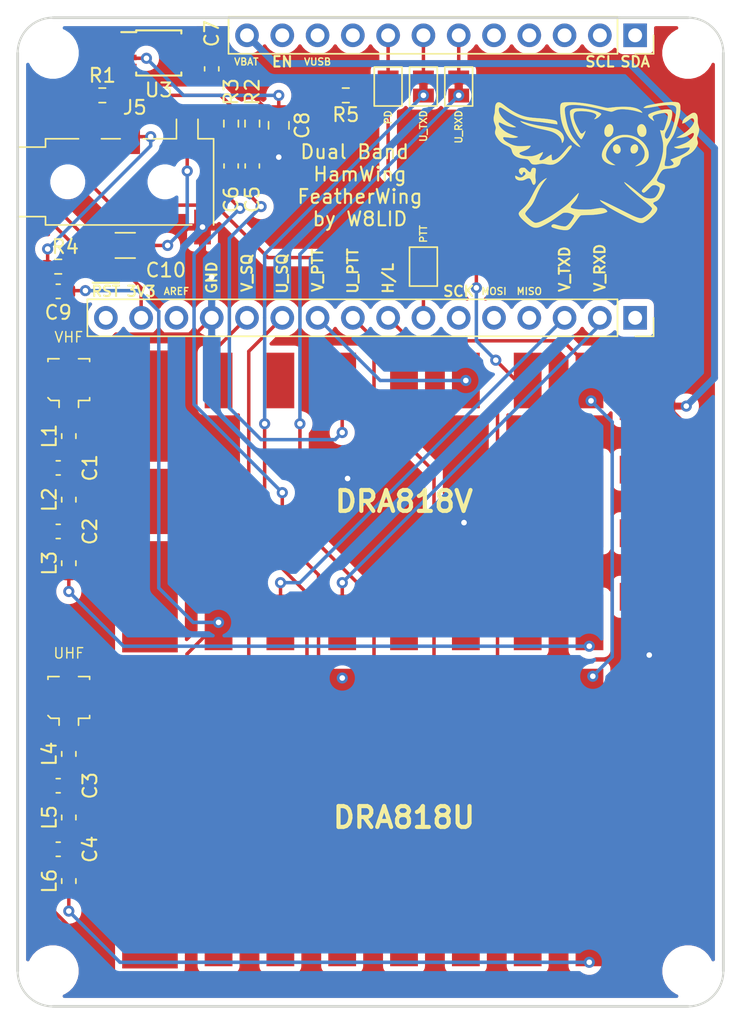
<source format=kicad_pcb>
(kicad_pcb (version 20171130) (host pcbnew 5.1.8)
  (layers (0 F.Cu signal) (31 B.Cu signal) (34 B.Paste user) (35 F.Paste user) (36 B.SilkS user) (37 F.SilkS user) (38 B.Mask user) (39 F.Mask user) (44 Edge.Cuts user))
  (net 0 "")
  (net 1 /FREE)
  (net 2 /TX)
  (net 3 /RX)
  (net 4 /MISO)
  (net 5 /MOSI)
  (net 6 /SCK)
  (net 7 /A5)
  (net 8 /A4)
  (net 9 /A3)
  (net 10 /A2)
  (net 11 /A1)
  (net 12 /A0)
  (net 13 GND)
  (net 14 /AREF)
  (net 15 +3V3)
  (net 16 /~RST)
  (net 17 /SDA)
  (net 18 /SCL)
  (net 19 /F3)
  (net 20 /F4)
  (net 21 /F5)
  (net 22 /F6)
  (net 23 /VUSB)
  (net 24 /EN)
  (net 25 /VBAT)
  (net 26 "Net-(U1-Pad11)")
  (net 27 "Net-(U1-Pad15)")
  (net 28 "Net-(U1-Pad14)")
  (net 29 "Net-(U1-Pad13)")
  (net 30 "Net-(U1-Pad2)")
  (net 31 "Net-(U1-Pad4)")
  (net 32 "Net-(U2-Pad11)")
  (net 33 "Net-(U2-Pad15)")
  (net 34 "Net-(U2-Pad14)")
  (net 35 "Net-(U2-Pad13)")
  (net 36 "Net-(U2-Pad2)")
  (net 37 "Net-(U2-Pad4)")
  (net 38 "Net-(J3-Pad1)")
  (net 39 "Net-(J4-Pad1)")
  (net 40 "Net-(J2-Pad4)")
  (net 41 "Net-(J2-Pad3)")
  (net 42 "Net-(J2-Pad5)")
  (net 43 "Net-(JP1-Pad2)")
  (net 44 "Net-(JP2-Pad2)")
  (net 45 "Net-(U3-Pad7)")
  (net 46 "Net-(U3-Pad6)")
  (net 47 "Net-(C1-Pad1)")
  (net 48 "Net-(C2-Pad1)")
  (net 49 "Net-(C3-Pad1)")
  (net 50 "Net-(C4-Pad1)")
  (net 51 "Net-(L3-Pad2)")
  (net 52 "Net-(L6-Pad2)")
  (net 53 "Net-(J5-PadR2)")
  (net 54 "Net-(R1-Pad2)")
  (net 55 "Net-(C5-Pad2)")
  (net 56 "Net-(C5-Pad1)")
  (net 57 "Net-(C6-Pad2)")
  (net 58 "Net-(C6-Pad1)")
  (net 59 "Net-(C8-Pad1)")
  (net 60 "Net-(C9-Pad2)")
  (net 61 "Net-(C9-Pad1)")
  (net 62 "Net-(C10-Pad2)")
  (net 63 "Net-(C10-Pad1)")
  (net 64 "Net-(JP4-Pad1)")
  (module Connector_Coaxial:U.FL_Molex_MCRF_73412-0110_Vertical (layer F.Cu) (at 29.083 51.435)
    (fp_text reference VHF (at 0 -3.048) (layer F.SilkS) (effects (font (size 0.75 0.75) (thickness 0.1))))
    (fp_text value Conn_Coaxial)
    (pad 1 smd rect (at 0 1.5) (size 1 1) (layers F.Cu F.Paste F.Mask) (net 38 "Net-(J3-Pad1)"))
    (pad 2 smd rect (at 0 -1.5) (size 1 1) (layers F.Cu F.Paste F.Mask) (net 13 GND))
    (pad 2 smd rect (at 1.475 0) (size 1.05 2.2) (layers F.Cu F.Paste F.Mask) (net 13 GND))
    (pad 2 smd rect (at -1.475 0) (size 1.05 2.2) (layers F.Cu F.Paste F.Mask) (net 13 GND))
  )
  (module DRA818U_AND_V_Kicad-master:DRA818 (layer F.Cu) (at 53.213 82.931)
    (fp_text reference U2 hide)
    (fp_text value DRA818U hide)
    (pad P1 smd rect (at 11.1 0) (size 6.5 6.6) (layers F.Cu F.Paste F.Mask))
    (pad P3 smd rect (at -18.288 6.858) (size 4 8) (layers F.Cu F.Paste F.Mask))
    (pad P2 smd rect (at -18.288 -6.858) (size 4 8) (layers F.Cu F.Paste F.Mask))
    (pad 11 smd rect (at 17.526 6.858 90) (size 2 4) (layers F.Cu F.Paste F.Mask) (net 32 "Net-(U2-Pad11)"))
    (pad 10 smd rect (at 17.526 2.286 90) (size 2 4) (layers F.Cu F.Paste F.Mask) (net 13 GND))
    (pad 9 smd rect (at 17.526 -2.286 90) (size 2 4) (layers F.Cu F.Paste F.Mask) (net 13 GND))
    (pad 8 smd rect (at 17.526 -6.858 90) (size 2 4) (layers F.Cu F.Paste F.Mask) (net 25 /VBAT))
    (pad 18 smd rect (at -13.35 8.7) (size 2 4) (layers F.Cu F.Paste F.Mask) (net 60 "Net-(C9-Pad2)"))
    (pad 17 smd rect (at -8.9 8.7) (size 2 4) (layers F.Cu F.Paste F.Mask) (net 43 "Net-(JP1-Pad2)"))
    (pad 16 smd rect (at -4.45 8.7) (size 2 4) (layers F.Cu F.Paste F.Mask) (net 44 "Net-(JP2-Pad2)"))
    (pad 15 smd rect (at 0 8.7) (size 2 4) (layers F.Cu F.Paste F.Mask) (net 33 "Net-(U2-Pad15)"))
    (pad 14 smd rect (at 4.45 8.7) (size 2 4) (layers F.Cu F.Paste F.Mask) (net 34 "Net-(U2-Pad14)"))
    (pad 13 smd rect (at 8.9 8.7) (size 2 4) (layers F.Cu F.Paste F.Mask) (net 35 "Net-(U2-Pad13)"))
    (pad 12 smd rect (at 13.35 8.7) (size 2 4) (layers F.Cu F.Paste F.Mask) (net 52 "Net-(L6-Pad2)"))
    (pad 1 smd rect (at -13.35 -8.7) (size 2 4) (layers F.Cu F.Paste F.Mask) (net 11 /A1))
    (pad 2 smd rect (at -8.9 -8.7) (size 2 4) (layers F.Cu F.Paste F.Mask) (net 36 "Net-(U2-Pad2)"))
    (pad 3 smd rect (at -4.45 -8.7) (size 2 4) (layers F.Cu F.Paste F.Mask) (net 58 "Net-(C6-Pad1)"))
    (pad 4 smd rect (at 0 -8.7) (size 2 4) (layers F.Cu F.Paste F.Mask) (net 37 "Net-(U2-Pad4)"))
    (pad 5 smd rect (at 4.45 -8.7) (size 2 4) (layers F.Cu F.Paste F.Mask) (net 9 /A3))
    (pad 6 smd rect (at 8.9 -8.7) (size 2 4) (layers F.Cu F.Paste F.Mask) (net 64 "Net-(JP4-Pad1)"))
    (pad 7 smd rect (at 13.35 -8.7) (size 2 4) (layers F.Cu F.Paste F.Mask) (net 8 /A4))
  )
  (module DRA818U_AND_V_Kicad-master:DRA818 (layer F.Cu) (at 53.213 60.198)
    (fp_text reference U1 hide)
    (fp_text value DRA818V hide)
    (pad P1 smd rect (at 11.1 0) (size 6.5 6.6) (layers F.Cu F.Paste F.Mask))
    (pad P3 smd rect (at -18.288 6.858) (size 4 8) (layers F.Cu F.Paste F.Mask))
    (pad P2 smd rect (at -18.288 -6.858) (size 4 8) (layers F.Cu F.Paste F.Mask))
    (pad 11 smd rect (at 17.526 6.858 90) (size 2 4) (layers F.Cu F.Paste F.Mask) (net 26 "Net-(U1-Pad11)"))
    (pad 10 smd rect (at 17.526 2.286 90) (size 2 4) (layers F.Cu F.Paste F.Mask) (net 13 GND))
    (pad 9 smd rect (at 17.526 -2.286 90) (size 2 4) (layers F.Cu F.Paste F.Mask) (net 13 GND))
    (pad 8 smd rect (at 17.526 -6.858 90) (size 2 4) (layers F.Cu F.Paste F.Mask) (net 25 /VBAT))
    (pad 18 smd rect (at -13.35 8.7) (size 2 4) (layers F.Cu F.Paste F.Mask) (net 60 "Net-(C9-Pad2)"))
    (pad 17 smd rect (at -8.9 8.7) (size 2 4) (layers F.Cu F.Paste F.Mask) (net 3 /RX))
    (pad 16 smd rect (at -4.45 8.7) (size 2 4) (layers F.Cu F.Paste F.Mask) (net 2 /TX))
    (pad 15 smd rect (at 0 8.7) (size 2 4) (layers F.Cu F.Paste F.Mask) (net 27 "Net-(U1-Pad15)"))
    (pad 14 smd rect (at 4.45 8.7) (size 2 4) (layers F.Cu F.Paste F.Mask) (net 28 "Net-(U1-Pad14)"))
    (pad 13 smd rect (at 8.9 8.7) (size 2 4) (layers F.Cu F.Paste F.Mask) (net 29 "Net-(U1-Pad13)"))
    (pad 12 smd rect (at 13.35 8.7) (size 2 4) (layers F.Cu F.Paste F.Mask) (net 51 "Net-(L3-Pad2)"))
    (pad 1 smd rect (at -13.35 -8.7) (size 2 4) (layers F.Cu F.Paste F.Mask) (net 12 /A0))
    (pad 2 smd rect (at -8.9 -8.7) (size 2 4) (layers F.Cu F.Paste F.Mask) (net 30 "Net-(U1-Pad2)"))
    (pad 3 smd rect (at -4.45 -8.7) (size 2 4) (layers F.Cu F.Paste F.Mask) (net 56 "Net-(C5-Pad1)"))
    (pad 4 smd rect (at 0 -8.7) (size 2 4) (layers F.Cu F.Paste F.Mask) (net 31 "Net-(U1-Pad4)"))
    (pad 5 smd rect (at 4.45 -8.7) (size 2 4) (layers F.Cu F.Paste F.Mask) (net 10 /A2))
    (pad 6 smd rect (at 8.9 -8.7) (size 2 4) (layers F.Cu F.Paste F.Mask) (net 64 "Net-(JP4-Pad1)"))
    (pad 7 smd rect (at 13.35 -8.7) (size 2 4) (layers F.Cu F.Paste F.Mask) (net 8 /A4))
  )
  (module fp-kmod:flying_pig_logo (layer F.Cu) (at 67.056 36.068)
    (fp_text reference G*** hide)
    (fp_text value LOGO hide)
  )
  (module Resistor_SMD:R_0603_1608Metric (layer F.Cu) (at 49.022 30.988)
    (fp_text reference R5 (at 0 1.397) (layer F.SilkS))
    (fp_text value 10k)
    (pad 2 smd roundrect (at 0.825 0) (size 0.8 0.95) (layers F.Cu F.Paste F.Mask) (net 64 "Net-(JP4-Pad1)"))
    (pad 1 smd roundrect (at -0.825 0) (size 0.8 0.95) (layers F.Cu F.Paste F.Mask) (net 13 GND))
  )
  (module Jumper:SolderJumper-2_P1.3mm_Bridged_Pad1.0x1.5mm (layer F.Cu) (at 52.07 30.353 90)
    (fp_text reference PD (at -1.651 0 90) (layer F.SilkS) (effects (font (size 0.5 0.5) (thickness 0.1)) (justify right)))
    (fp_text value Jumper_2_Bridged)
    (fp_poly (pts (xy -0.25 -0.3) (xy 0.25 -0.3) (xy 0.25 0.3) (xy -0.25 0.3)) (layer F.Cu) (width 0))
    (pad 2 smd rect (at 0.65 0 90) (size 1 1.5) (layers F.Cu F.Mask) (net 21 /F5))
    (pad 1 smd rect (at -0.65 0 90) (size 1 1.5) (layers F.Cu F.Mask) (net 64 "Net-(JP4-Pad1)"))
  )
  (module Capacitor_SMD:C_1206_3216Metric (layer F.Cu) (at 33.147 41.783 180)
    (fp_text reference C10 (at -2.921 -1.778) (layer F.SilkS))
    (fp_text value 100uF)
    (pad 2 smd roundrect (at 1.475 0 180) (size 1.15 1.8) (layers F.Cu F.Paste F.Mask) (roundrect_rratio 0.2173904347826087) (net 62 "Net-(C10-Pad2)"))
    (pad 1 smd roundrect (at -1.475 0 180) (size 1.15 1.8) (layers F.Cu F.Paste F.Mask) (roundrect_rratio 0.2173904347826087) (net 63 "Net-(C10-Pad1)"))
  )
  (module Capacitor_SMD:C_0805_2012Metric (layer F.Cu) (at 44.196 33.147 270)
    (fp_text reference C8 (at 0 -1.68 90) (layer F.SilkS))
    (fp_text value 4.7uF)
    (pad 2 smd roundrect (at 0.95 0 270) (size 1 1.45) (layers F.Cu F.Paste F.Mask) (net 13 GND))
    (pad 1 smd roundrect (at -0.95 0 270) (size 1 1.45) (layers F.Cu F.Paste F.Mask) (net 59 "Net-(C8-Pad1)"))
  )
  (module Resistor_SMD:R_0603_1608Metric (layer F.Cu) (at 28.321 43.307)
    (fp_text reference R4 (at 0.508 -1.43) (layer F.SilkS))
    (fp_text value 10k)
    (pad 2 smd roundrect (at 0.825 0) (size 0.8 0.95) (layers F.Cu F.Paste F.Mask) (net 15 +3V3))
    (pad 1 smd roundrect (at -0.825 0) (size 0.8 0.95) (layers F.Cu F.Paste F.Mask) (net 61 "Net-(C9-Pad1)"))
  )
  (module Capacitor_SMD:C_0603_1608Metric (layer F.Cu) (at 28.321 45.085)
    (fp_text reference C9 (at 0 1.524) (layer F.SilkS))
    (fp_text value 100nF)
    (pad 2 smd roundrect (at 0.775 0) (size 0.9 0.95) (layers F.Cu F.Paste F.Mask) (net 60 "Net-(C9-Pad2)"))
    (pad 1 smd roundrect (at -0.775 0) (size 0.9 0.95) (layers F.Cu F.Paste F.Mask) (net 61 "Net-(C9-Pad1)"))
  )
  (module Capacitor_SMD:C_0603_1608Metric (layer F.Cu) (at 39.37 29.083 90)
    (fp_text reference C7 (at 2.54 0 90) (layer F.SilkS))
    (fp_text value 1uF)
    (pad 2 smd roundrect (at 0.775 0 90) (size 0.9 0.95) (layers F.Cu F.Paste F.Mask) (net 15 +3V3))
    (pad 1 smd roundrect (at -0.775 0 90) (size 0.9 0.95) (layers F.Cu F.Paste F.Mask) (net 13 GND))
  )
  (module Resistor_SMD:R_0603_1608Metric (layer F.Cu) (at 40.767 33.02 270)
    (fp_text reference R3 (at -2.286 0 90) (layer F.SilkS))
    (fp_text value 20k)
    (pad 2 smd roundrect (at 0.825 0 270) (size 0.8 0.95) (layers F.Cu F.Paste F.Mask) (net 57 "Net-(C6-Pad2)"))
    (pad 1 smd roundrect (at -0.825 0 270) (size 0.8 0.95) (layers F.Cu F.Paste F.Mask) (net 54 "Net-(R1-Pad2)"))
  )
  (module Resistor_SMD:R_0603_1608Metric (layer F.Cu) (at 42.291 33.02 90)
    (fp_text reference R2 (at 2.286 0 90) (layer F.SilkS))
    (fp_text value 20k)
    (pad 2 smd roundrect (at 0.825 0 90) (size 0.8 0.95) (layers F.Cu F.Paste F.Mask) (net 54 "Net-(R1-Pad2)"))
    (pad 1 smd roundrect (at -0.825 0 90) (size 0.8 0.95) (layers F.Cu F.Paste F.Mask) (net 55 "Net-(C5-Pad2)"))
  )
  (module Capacitor_SMD:C_0603_1608Metric (layer F.Cu) (at 40.767 36.068 90)
    (fp_text reference C6 (at -2.413 0 90) (layer F.SilkS))
    (fp_text value 0.47uF)
    (pad 2 smd roundrect (at 0.775 0 90) (size 0.9 0.95) (layers F.Cu F.Paste F.Mask) (net 57 "Net-(C6-Pad2)"))
    (pad 1 smd roundrect (at -0.775 0 90) (size 0.9 0.95) (layers F.Cu F.Paste F.Mask) (net 58 "Net-(C6-Pad1)"))
  )
  (module Capacitor_SMD:C_0603_1608Metric (layer F.Cu) (at 42.291 36.068 90)
    (fp_text reference C5 (at -2.413 0 90) (layer F.SilkS))
    (fp_text value 0.47uF)
    (pad 2 smd roundrect (at 0.775 0 90) (size 0.9 0.95) (layers F.Cu F.Paste F.Mask) (net 55 "Net-(C5-Pad2)"))
    (pad 1 smd roundrect (at -0.775 0 90) (size 0.9 0.95) (layers F.Cu F.Paste F.Mask) (net 56 "Net-(C5-Pad1)"))
  )
  (module Resistor_SMD:R_0603_1608Metric (layer F.Cu) (at 31.496 30.988)
    (fp_text reference R1 (at 0 -1.43) (layer F.SilkS))
    (fp_text value 20k)
    (pad 2 smd roundrect (at 0.825 0) (size 0.8 0.95) (layers F.Cu F.Paste F.Mask) (net 54 "Net-(R1-Pad2)"))
    (pad 1 smd roundrect (at -0.825 0) (size 0.8 0.95) (layers F.Cu F.Paste F.Mask) (net 62 "Net-(C10-Pad2)"))
  )
  (module Connector_Audio:Jack_3.5mm_PJ320D_Horizontal (layer F.Cu) (at 33.782 37.211)
    (fp_text reference J5 (at 0.05 -5.35) (layer F.SilkS))
    (fp_text value AudioJack4)
    (pad "" np_thru_hole circle (at 2.225 0) (size 1.5 1.5) (drill 1.5) (layers *.Cu *.Mask))
    (pad "" np_thru_hole circle (at -4.775 0) (size 1.5 1.5) (drill 1.5) (layers *.Cu *.Mask))
    (pad R2 smd rect (at -3.175 -3.25) (size 1.2 2.5) (layers F.Cu F.Paste F.Mask) (net 53 "Net-(J5-PadR2)"))
    (pad R1 smd rect (at -0.175 -3.25) (size 1.2 2.5) (layers F.Cu F.Paste F.Mask) (net 61 "Net-(C9-Pad1)"))
    (pad T smd rect (at 3.825 -3.25) (size 1.2 2.5) (layers F.Cu F.Paste F.Mask) (net 63 "Net-(C10-Pad1)"))
    (pad S smd rect (at 4.925 3.25) (size 1.2 2.5) (layers F.Cu F.Paste F.Mask) (net 13 GND))
  )
  (module Inductor_SMD:L_0603_1608Metric (layer F.Cu) (at 29.083 82.931 270)
    (fp_text reference L5 (at 0 1.397 90) (layer F.SilkS))
    (fp_text value 30nH)
    (pad 2 smd roundrect (at 0.7875 0 270) (size 0.875 0.95) (layers F.Cu F.Paste F.Mask) (net 50 "Net-(C4-Pad1)"))
    (pad 1 smd roundrect (at -0.7875 0 270) (size 0.875 0.95) (layers F.Cu F.Paste F.Mask) (net 49 "Net-(C3-Pad1)"))
  )
  (module Inductor_SMD:L_0603_1608Metric (layer F.Cu) (at 29.083 87.503 270)
    (fp_text reference L6 (at 0 1.397 90) (layer F.SilkS))
    (fp_text value 18nH)
    (pad 2 smd roundrect (at 0.7875 0 270) (size 0.875 0.95) (layers F.Cu F.Paste F.Mask) (net 52 "Net-(L6-Pad2)"))
    (pad 1 smd roundrect (at -0.7875 0 270) (size 0.875 0.95) (layers F.Cu F.Paste F.Mask) (net 50 "Net-(C4-Pad1)"))
  )
  (module Inductor_SMD:L_0603_1608Metric (layer F.Cu) (at 29.083 78.359 270)
    (fp_text reference L4 (at 0 1.397 90) (layer F.SilkS))
    (fp_text value 18nH)
    (pad 2 smd roundrect (at 0.7875 0 270) (size 0.875 0.95) (layers F.Cu F.Paste F.Mask) (net 49 "Net-(C3-Pad1)"))
    (pad 1 smd roundrect (at -0.7875 0 270) (size 0.875 0.95) (layers F.Cu F.Paste F.Mask) (net 39 "Net-(J4-Pad1)"))
  )
  (module Inductor_SMD:L_0603_1608Metric (layer F.Cu) (at 29.083 64.643 270)
    (fp_text reference L3 (at 0 1.397 90) (layer F.SilkS))
    (fp_text value 56nH)
    (pad 2 smd roundrect (at 0.7875 0 270) (size 0.875 0.95) (layers F.Cu F.Paste F.Mask) (net 51 "Net-(L3-Pad2)"))
    (pad 1 smd roundrect (at -0.7875 0 270) (size 0.875 0.95) (layers F.Cu F.Paste F.Mask) (net 48 "Net-(C2-Pad1)"))
  )
  (module Inductor_SMD:L_0603_1608Metric (layer F.Cu) (at 29.083 60.071 270)
    (fp_text reference L2 (at 0 1.397 90) (layer F.SilkS))
    (fp_text value 100nH)
    (pad 2 smd roundrect (at 0.7875 0 270) (size 0.875 0.95) (layers F.Cu F.Paste F.Mask) (net 48 "Net-(C2-Pad1)"))
    (pad 1 smd roundrect (at -0.7875 0 270) (size 0.875 0.95) (layers F.Cu F.Paste F.Mask) (net 47 "Net-(C1-Pad1)"))
  )
  (module Inductor_SMD:L_0603_1608Metric (layer F.Cu) (at 29.083 55.499 270)
    (fp_text reference L1 (at 0 1.397 90) (layer F.SilkS))
    (fp_text value 56nH)
    (pad 2 smd roundrect (at 0.7875 0 270) (size 0.875 0.95) (layers F.Cu F.Paste F.Mask) (net 47 "Net-(C1-Pad1)"))
    (pad 1 smd roundrect (at -0.7875 0 270) (size 0.875 0.95) (layers F.Cu F.Paste F.Mask) (net 38 "Net-(J3-Pad1)"))
  )
  (module Capacitor_SMD:C_0603_1608Metric (layer F.Cu) (at 28.321 85.217 180)
    (fp_text reference C4 (at -2.286 0 90) (layer F.SilkS))
    (fp_text value 8.7pF)
    (pad 2 smd roundrect (at 0.775 0 180) (size 0.9 0.95) (layers F.Cu F.Paste F.Mask) (net 13 GND))
    (pad 1 smd roundrect (at -0.775 0 180) (size 0.9 0.95) (layers F.Cu F.Paste F.Mask) (net 50 "Net-(C4-Pad1)"))
  )
  (module Capacitor_SMD:C_0603_1608Metric (layer F.Cu) (at 28.321 80.645 180)
    (fp_text reference C3 (at -2.286 0 90) (layer F.SilkS))
    (fp_text value 8.7pF)
    (pad 2 smd roundrect (at 0.775 0 180) (size 0.9 0.95) (layers F.Cu F.Paste F.Mask) (net 13 GND))
    (pad 1 smd roundrect (at -0.775 0 180) (size 0.9 0.95) (layers F.Cu F.Paste F.Mask) (net 49 "Net-(C3-Pad1)"))
  )
  (module Capacitor_SMD:C_0603_1608Metric (layer F.Cu) (at 28.321 62.357 180)
    (fp_text reference C2 (at -2.286 0 90) (layer F.SilkS))
    (fp_text value 27pF)
    (pad 2 smd roundrect (at 0.775 0 180) (size 0.9 0.95) (layers F.Cu F.Paste F.Mask) (net 13 GND))
    (pad 1 smd roundrect (at -0.775 0 180) (size 0.9 0.95) (layers F.Cu F.Paste F.Mask) (net 48 "Net-(C2-Pad1)"))
  )
  (module Capacitor_SMD:C_0603_1608Metric (layer F.Cu) (at 28.321 57.785 180)
    (fp_text reference C1 (at -2.286 0 90) (layer F.SilkS))
    (fp_text value 27pF)
    (pad 2 smd roundrect (at 0.775 0 180) (size 0.9 0.95) (layers F.Cu F.Paste F.Mask) (net 13 GND))
    (pad 1 smd roundrect (at -0.775 0 180) (size 0.9 0.95) (layers F.Cu F.Paste F.Mask) (net 47 "Net-(C1-Pad1)"))
  )
  (module Package_SO:TSSOP-8_3x3mm_P0.65mm (layer F.Cu) (at 35.56 27.94)
    (fp_text reference U3 (at 0 2.667) (layer F.SilkS))
    (fp_text value LM4810)
    (pad 8 smd rect (at 2.15 -0.975) (size 1.1 0.4) (layers F.Cu F.Paste F.Mask) (net 15 +3V3))
    (pad 7 smd rect (at 2.15 -0.325) (size 1.1 0.4) (layers F.Cu F.Paste F.Mask) (net 45 "Net-(U3-Pad7)"))
    (pad 6 smd rect (at 2.15 0.325) (size 1.1 0.4) (layers F.Cu F.Paste F.Mask) (net 46 "Net-(U3-Pad6)"))
    (pad 5 smd rect (at 2.15 0.975) (size 1.1 0.4) (layers F.Cu F.Paste F.Mask) (net 13 GND))
    (pad 4 smd rect (at -2.15 0.975) (size 1.1 0.4) (layers F.Cu F.Paste F.Mask) (net 13 GND))
    (pad 3 smd rect (at -2.15 0.325) (size 1.1 0.4) (layers F.Cu F.Paste F.Mask) (net 59 "Net-(C8-Pad1)"))
    (pad 2 smd rect (at -2.15 -0.325) (size 1.1 0.4) (layers F.Cu F.Paste F.Mask) (net 54 "Net-(R1-Pad2)"))
    (pad 1 smd rect (at -2.15 -0.975) (size 1.1 0.4) (layers F.Cu F.Paste F.Mask) (net 62 "Net-(C10-Pad2)"))
  )
  (module Jumper:SolderJumper-2_P1.3mm_Bridged_Pad1.0x1.5mm (layer F.Cu) (at 54.61 43.307 270)
    (fp_text reference JP3 hide)
    (fp_text value Jumper_2_Bridged)
    (fp_poly (pts (xy -0.25 -0.3) (xy 0.25 -0.3) (xy 0.25 0.3) (xy -0.25 0.3)) (layer F.Cu) (width 0))
    (pad 2 smd rect (at 0.65 0 270) (size 1 1.5) (layers F.Cu F.Mask) (net 7 /A5))
    (pad 1 smd rect (at -0.65 0 270) (size 1 1.5) (layers F.Cu F.Mask) (net 53 "Net-(J5-PadR2)"))
  )
  (module Jumper:SolderJumper-2_P1.3mm_Bridged_Pad1.0x1.5mm (layer F.Cu) (at 57.15 30.353 270)
    (fp_text reference JP2 hide)
    (fp_text value Jumper_2_Bridged)
    (fp_poly (pts (xy -0.25 -0.3) (xy 0.25 -0.3) (xy 0.25 0.3) (xy -0.25 0.3)) (layer F.Cu) (width 0))
    (pad 2 smd rect (at 0.65 0 270) (size 1 1.5) (layers F.Cu F.Mask) (net 44 "Net-(JP2-Pad2)"))
    (pad 1 smd rect (at -0.65 0 270) (size 1 1.5) (layers F.Cu F.Mask) (net 19 /F3))
  )
  (module Jumper:SolderJumper-2_P1.3mm_Bridged_Pad1.0x1.5mm (layer F.Cu) (at 54.61 30.353 270)
    (fp_text reference JP1 hide)
    (fp_text value Jumper_2_Bridged)
    (fp_poly (pts (xy -0.25 -0.3) (xy 0.25 -0.3) (xy 0.25 0.3) (xy -0.25 0.3)) (layer F.Cu) (width 0))
    (pad 2 smd rect (at 0.65 0 270) (size 1 1.5) (layers F.Cu F.Mask) (net 43 "Net-(JP1-Pad2)"))
    (pad 1 smd rect (at -0.65 0 270) (size 1 1.5) (layers F.Cu F.Mask) (net 20 /F4))
  )
  (module Connector_Coaxial:U.FL_Molex_MCRF_73412-0110_Vertical (layer F.Cu) (at 29.083 74.295)
    (fp_text reference UHF (at 0 -3.175) (layer F.SilkS) (effects (font (size 0.75 0.75) (thickness 0.1))))
    (fp_text value Conn_Coaxial)
    (pad 1 smd rect (at 0 1.5) (size 1 1) (layers F.Cu F.Paste F.Mask) (net 39 "Net-(J4-Pad1)"))
    (pad 2 smd rect (at 0 -1.5) (size 1 1) (layers F.Cu F.Paste F.Mask) (net 13 GND))
    (pad 2 smd rect (at 1.475 0) (size 1.05 2.2) (layers F.Cu F.Paste F.Mask) (net 13 GND))
    (pad 2 smd rect (at -1.475 0) (size 1.05 2.2) (layers F.Cu F.Paste F.Mask) (net 13 GND))
  )
  (module Connector_PinSocket_2.54mm:PinSocket_1x12_P2.54mm_Vertical (layer F.Cu) (at 69.85 26.67 270)
    (fp_text reference J2 hide)
    (fp_text value "feather short")
    (pad 12 thru_hole oval (at 0 27.94 270) (size 1.7 1.7) (drill 1) (layers *.Cu *.Mask) (net 25 /VBAT))
    (pad 11 thru_hole oval (at 0 25.4 270) (size 1.7 1.7) (drill 1) (layers *.Cu *.Mask) (net 24 /EN))
    (pad 10 thru_hole oval (at 0 22.86 270) (size 1.7 1.7) (drill 1) (layers *.Cu *.Mask) (net 23 /VUSB))
    (pad 9 thru_hole oval (at 0 20.32 270) (size 1.7 1.7) (drill 1) (layers *.Cu *.Mask) (net 22 /F6))
    (pad 8 thru_hole oval (at 0 17.78 270) (size 1.7 1.7) (drill 1) (layers *.Cu *.Mask) (net 21 /F5))
    (pad 7 thru_hole oval (at 0 15.24 270) (size 1.7 1.7) (drill 1) (layers *.Cu *.Mask) (net 20 /F4))
    (pad 6 thru_hole oval (at 0 12.7 270) (size 1.7 1.7) (drill 1) (layers *.Cu *.Mask) (net 19 /F3))
    (pad 5 thru_hole oval (at 0 10.16 270) (size 1.7 1.7) (drill 1) (layers *.Cu *.Mask) (net 42 "Net-(J2-Pad5)"))
    (pad 4 thru_hole oval (at 0 7.62 270) (size 1.7 1.7) (drill 1) (layers *.Cu *.Mask) (net 40 "Net-(J2-Pad4)"))
    (pad 3 thru_hole oval (at 0 5.08 270) (size 1.7 1.7) (drill 1) (layers *.Cu *.Mask) (net 41 "Net-(J2-Pad3)"))
    (pad 2 thru_hole oval (at 0 2.54 270) (size 1.7 1.7) (drill 1) (layers *.Cu *.Mask) (net 18 /SCL))
    (pad 1 thru_hole rect (at 0 0 270) (size 1.7 1.7) (drill 1) (layers *.Cu *.Mask) (net 17 /SDA))
  )
  (module Connector_PinSocket_2.54mm:PinSocket_1x16_P2.54mm_Vertical (layer F.Cu) (at 69.85 46.99 270)
    (fp_text reference J1 hide)
    (fp_text value "feather long")
    (pad 16 thru_hole oval (at 0 38.1 270) (size 1.7 1.7) (drill 1) (layers *.Cu *.Mask) (net 16 /~RST))
    (pad 15 thru_hole oval (at 0 35.56 270) (size 1.7 1.7) (drill 1) (layers *.Cu *.Mask) (net 15 +3V3))
    (pad 14 thru_hole oval (at 0 33.02 270) (size 1.7 1.7) (drill 1) (layers *.Cu *.Mask) (net 14 /AREF))
    (pad 13 thru_hole oval (at 0 30.48 270) (size 1.7 1.7) (drill 1) (layers *.Cu *.Mask) (net 13 GND))
    (pad 12 thru_hole oval (at 0 27.94 270) (size 1.7 1.7) (drill 1) (layers *.Cu *.Mask) (net 12 /A0))
    (pad 11 thru_hole oval (at 0 25.4 270) (size 1.7 1.7) (drill 1) (layers *.Cu *.Mask) (net 11 /A1))
    (pad 10 thru_hole oval (at 0 22.86 270) (size 1.7 1.7) (drill 1) (layers *.Cu *.Mask) (net 10 /A2))
    (pad 9 thru_hole oval (at 0 20.32 270) (size 1.7 1.7) (drill 1) (layers *.Cu *.Mask) (net 9 /A3))
    (pad 8 thru_hole oval (at 0 17.78 270) (size 1.7 1.7) (drill 1) (layers *.Cu *.Mask) (net 8 /A4))
    (pad 7 thru_hole oval (at 0 15.24 270) (size 1.7 1.7) (drill 1) (layers *.Cu *.Mask) (net 7 /A5))
    (pad 6 thru_hole oval (at 0 12.7 270) (size 1.7 1.7) (drill 1) (layers *.Cu *.Mask) (net 6 /SCK))
    (pad 5 thru_hole oval (at 0 10.16 270) (size 1.7 1.7) (drill 1) (layers *.Cu *.Mask) (net 5 /MOSI))
    (pad 4 thru_hole oval (at 0 7.62 270) (size 1.7 1.7) (drill 1) (layers *.Cu *.Mask) (net 4 /MISO))
    (pad 3 thru_hole oval (at 0 5.08 270) (size 1.7 1.7) (drill 1) (layers *.Cu *.Mask) (net 3 /RX))
    (pad 2 thru_hole oval (at 0 2.54 270) (size 1.7 1.7) (drill 1) (layers *.Cu *.Mask) (net 2 /TX))
    (pad 1 thru_hole rect (at 0 0 270) (size 1.7 1.7) (drill 1) (layers *.Cu *.Mask) (net 1 /FREE))
  )
  (module MountingHole:MountingHole_2.7mm_M2.5 (layer F.Cu) (at 73.66 27.94)
    (fp_text reference REF** hide)
    (fp_text value MountingHole_2.7mm_M2.5 hide)
    (pad 1 np_thru_hole circle (at 0 0) (size 2.7 2.7) (drill 2.7) (layers *.Cu *.Mask))
  )
  (module MountingHole:MountingHole_2.7mm_M2.5 (layer F.Cu) (at 73.66 93.98)
    (fp_text reference REF** hide)
    (fp_text value MountingHole_2.7mm_M2.5 hide)
    (pad 1 np_thru_hole circle (at 0 0) (size 2.7 2.7) (drill 2.7) (layers *.Cu *.Mask))
  )
  (module MountingHole:MountingHole_2.7mm_M2.5 (layer F.Cu) (at 27.94 93.98)
    (fp_text reference REF** hide)
    (fp_text value MountingHole_2.7mm_M2.5 hide)
    (pad 1 np_thru_hole circle (at 0 0) (size 2.7 2.7) (drill 2.7) (layers *.Cu *.Mask))
  )
  (module MountingHole:MountingHole_2.7mm_M2.5 (layer F.Cu) (at 27.94 27.94)
    (fp_text reference REF** hide)
    (fp_text value MountingHole_2.7mm_M2.5 hide)
    (pad 1 np_thru_hole circle (at 0 0) (size 2.7 2.7) (drill 2.7) (layers *.Cu *.Mask))
  )
  (gr_text DRA818U (at 53.213 82.931) (layer F.SilkS) (effects (font (size 1.5 1.5) (thickness 0.3))))
  (gr_text DRA818V (at 53.213 60.198) (layer F.SilkS) (effects (font (size 1.5 1.5) (thickness 0.3))))
  (gr_text "Dual Band \nHamWing\nFeatherWing\nby W8LID" (at 50.038 37.465) (layer F.SilkS) (effects (font (size 1 1))))
  (gr_text VUSB (at 46.99 28.575) (layer F.SilkS) (effects (font (size 0.5 0.5) (thickness 0.1))))
  (gr_text VBAT (at 42.799 28.575) (layer F.SilkS) (effects (font (size 0.5 0.5) (thickness 0.1)) (justify right)))
  (gr_text EN (at 44.45 28.575) (layer F.SilkS) (effects (font (size 0.75 0.75))))
  (gr_text U_TXD (at 54.61 32.004 90) (layer F.SilkS) (effects (font (size 0.5 0.5) (thickness 0.1)) (justify right)))
  (gr_text U_RXD (at 57.15 32.004 90) (layer F.SilkS) (effects (font (size 0.5 0.5) (thickness 0.1)) (justify right)))
  (gr_text SCL (at 67.31 28.575) (layer F.SilkS) (effects (font (size 0.75 0.75))))
  (gr_text SDA (at 69.85 28.575) (layer F.SilkS) (effects (font (size 0.75 0.75))))
  (gr_text V_RXD (at 67.31 45.212 90) (layer F.SilkS) (effects (font (size 0.75 0.75)) (justify left)))
  (gr_text "V_TXD\n" (at 64.77 45.212 90) (layer F.SilkS) (effects (font (size 0.75 0.75)) (justify left)))
  (gr_text MISO (at 62.23 45.085) (layer F.SilkS) (effects (font (size 0.5 0.5) (thickness 0.1))))
  (gr_text MOSI (at 59.69 45.085) (layer F.SilkS) (effects (font (size 0.5 0.5) (thickness 0.1))))
  (gr_text SCK (at 57.15 45.085) (layer F.SilkS) (effects (font (size 0.75 0.75))))
  (gr_text PTT (at 54.61 41.656 90) (layer F.SilkS) (effects (font (size 0.5 0.5) (thickness 0.1)) (justify left)))
  (gr_text H/L (at 52.07 45.339 90) (layer F.SilkS) (effects (font (size 0.75 0.75)) (justify left)))
  (gr_text U_PTT (at 49.53 45.339 90) (layer F.SilkS) (effects (font (size 0.75 0.75)) (justify left)))
  (gr_text V_PTT (at 46.99 45.212 90) (layer F.SilkS) (effects (font (size 0.75 0.75)) (justify left)))
  (gr_text U_SQ (at 44.45 45.339 90) (layer F.SilkS) (effects (font (size 0.75 0.75)) (justify left)))
  (gr_text V_SQ (at 41.91 45.212 90) (layer F.SilkS) (effects (font (size 0.75 0.75)) (justify left)))
  (gr_text GND (at 39.37 45.339 90) (layer F.SilkS) (effects (font (size 0.75 0.75)) (justify left)))
  (gr_text AREF (at 36.83 45.085) (layer F.SilkS) (effects (font (size 0.5 0.5) (thickness 0.1))))
  (gr_text 3V3 (at 34.29 45.085) (layer F.SilkS) (effects (font (size 0.75 0.75))))
  (gr_text ~RST (at 31.75 45.085) (layer F.SilkS) (effects (font (size 0.75 0.75))))
  (gr_arc (start 73.66 27.94) (end 76.2 27.94) (angle -90) (layer Edge.Cuts) (width 0.15))
  (gr_arc (start 73.66 93.98) (end 73.66 96.52) (angle -90) (layer Edge.Cuts) (width 0.15))
  (gr_arc (start 27.94 93.98) (end 27.94 96.52) (angle 90) (layer Edge.Cuts) (width 0.15))
  (gr_arc (start 27.94 27.94) (end 27.94 25.4) (angle -90) (layer Edge.Cuts) (width 0.15))
  (gr_line (start 25.4 27.94) (end 25.4 93.98) (layer Edge.Cuts) (width 0.2))
  (gr_line (start 73.66 96.52) (end 27.94 96.52) (layer Edge.Cuts) (width 0.2))
  (gr_line (start 76.2 27.94) (end 76.2 93.98) (layer Edge.Cuts) (width 0.2))
  (gr_line (start 27.94 25.4) (end 73.66 25.4) (layer Edge.Cuts) (width 0.2))
  (via (at 48.768 66.04) (size 0.8) (drill 0.4) (layers F.Cu B.Cu) (net 2))
  (segment (start 48.768 68.893) (end 48.763 68.898) (width 0.25) (layer F.Cu) (net 2))
  (segment (start 48.768 66.04) (end 48.768 68.893) (width 0.25) (layer F.Cu) (net 2))
  (segment (start 67.31 47.498) (end 67.31 46.99) (width 0.25) (layer B.Cu) (net 2))
  (segment (start 48.768 66.04) (end 67.31 47.498) (width 0.25) (layer B.Cu) (net 2))
  (via (at 44.323 66.04) (size 0.8) (drill 0.4) (layers F.Cu B.Cu) (net 3))
  (segment (start 44.323 68.888) (end 44.313 68.898) (width 0.25) (layer F.Cu) (net 3))
  (segment (start 44.323 66.04) (end 44.323 68.888) (width 0.25) (layer F.Cu) (net 3))
  (segment (start 45.72 66.04) (end 64.77 46.99) (width 0.25) (layer B.Cu) (net 3))
  (segment (start 44.323 66.04) (end 45.72 66.04) (width 0.25) (layer B.Cu) (net 3))
  (segment (start 54.61 43.957) (end 54.61 46.99) (width 0.25) (layer F.Cu) (net 7))
  (via (at 66.802 72.771) (size 0.8) (drill 0.4) (layers F.Cu B.Cu) (net 8))
  (via (at 66.675 52.959) (size 0.8) (drill 0.4) (layers F.Cu B.Cu) (net 8))
  (segment (start 66.802 53.086) (end 66.675 52.959) (width 0.25) (layer B.Cu) (net 8))
  (segment (start 66.563 51.498) (end 66.563 50.561) (width 0.25) (layer F.Cu) (net 8))
  (segment (start 66.563 50.561) (end 64.643 48.641) (width 0.25) (layer F.Cu) (net 8))
  (segment (start 53.721 48.641) (end 52.07 46.99) (width 0.25) (layer F.Cu) (net 8))
  (segment (start 64.643 48.641) (end 53.721 48.641) (width 0.25) (layer F.Cu) (net 8))
  (segment (start 66.802 72.771) (end 68.199 71.374) (width 0.25) (layer B.Cu) (net 8))
  (segment (start 68.199 54.483) (end 66.675 52.959) (width 0.25) (layer B.Cu) (net 8))
  (segment (start 68.199 71.374) (end 68.199 54.483) (width 0.25) (layer B.Cu) (net 8))
  (segment (start 55.372 58.039) (end 51.054 53.721) (width 0.25) (layer F.Cu) (net 9))
  (segment (start 51.054 48.514) (end 49.53 46.99) (width 0.25) (layer F.Cu) (net 9))
  (segment (start 51.054 53.721) (end 51.054 48.514) (width 0.25) (layer F.Cu) (net 9))
  (segment (start 55.372 71.94) (end 55.372 58.039) (width 0.25) (layer F.Cu) (net 9))
  (segment (start 57.663 74.231) (end 55.372 71.94) (width 0.25) (layer F.Cu) (net 9))
  (segment (start 57.663 51.498) (end 57.663 51.498) (width 0.25) (layer F.Cu) (net 10))
  (segment (start 46.609 47.371) (end 46.99 46.99) (width 0.25) (layer F.Cu) (net 10))
  (segment (start 57.663 51.498) (end 57.663 52.065) (width 0.25) (layer F.Cu) (net 10))
  (via (at 57.663 51.498) (size 0.8) (drill 0.4) (layers F.Cu B.Cu) (net 10))
  (segment (start 51.498 51.498) (end 46.99 46.99) (width 0.25) (layer B.Cu) (net 10))
  (segment (start 57.663 51.498) (end 51.498 51.498) (width 0.25) (layer B.Cu) (net 10))
  (segment (start 39.863 74.231) (end 41.466 74.231) (width 0.25) (layer F.Cu) (net 11))
  (segment (start 41.466 74.231) (end 42.037 73.66) (width 0.25) (layer F.Cu) (net 11))
  (segment (start 42.037 49.403) (end 44.45 46.99) (width 0.25) (layer F.Cu) (net 11))
  (segment (start 42.037 73.66) (end 42.037 49.403) (width 0.25) (layer F.Cu) (net 11))
  (segment (start 39.863 49.037) (end 41.91 46.99) (width 0.25) (layer F.Cu) (net 12))
  (segment (start 39.863 51.498) (end 39.863 49.037) (width 0.25) (layer F.Cu) (net 12))
  (via (at 70.866 71.247) (size 0.8) (drill 0.4) (layers F.Cu B.Cu) (net 13))
  (via (at 57.531 61.722) (size 0.8) (drill 0.4) (layers F.Cu B.Cu) (net 13))
  (via (at 49.149 58.547) (size 0.8) (drill 0.4) (layers F.Cu B.Cu) (net 13))
  (via (at 44.196 35.433) (size 0.8) (drill 0.4) (layers F.Cu B.Cu) (net 13))
  (via (at 39.37 44.069) (size 0.8) (drill 0.4) (layers F.Cu B.Cu) (net 13))
  (segment (start 70.739 62.484) (end 69.723 62.484) (width 0.25) (layer F.Cu) (net 13))
  (segment (start 68.199 65.024) (end 70.739 62.484) (width 0.25) (layer F.Cu) (net 13))
  (segment (start 68.199 78.105) (end 68.199 65.024) (width 0.25) (layer F.Cu) (net 13))
  (segment (start 70.739 80.645) (end 68.199 78.105) (width 0.25) (layer F.Cu) (net 13))
  (segment (start 39.37 46.99) (end 39.37 44.069) (width 0.25) (layer F.Cu) (net 13))
  (segment (start 70.739 85.217) (end 70.739 82.804) (width 0.25) (layer F.Cu) (net 13))
  (segment (start 70.739 82.804) (end 70.739 80.645) (width 0.25) (layer F.Cu) (net 13))
  (segment (start 70.739 62.484) (end 70.739 57.912) (width 0.25) (layer F.Cu) (net 13))
  (segment (start 30.558 51.41) (end 29.083 49.935) (width 0.25) (layer F.Cu) (net 13))
  (segment (start 30.558 51.435) (end 30.558 51.41) (width 0.25) (layer F.Cu) (net 13))
  (segment (start 29.083 49.96) (end 27.608 51.435) (width 0.25) (layer F.Cu) (net 13))
  (segment (start 29.083 49.935) (end 29.083 49.96) (width 0.25) (layer F.Cu) (net 13))
  (segment (start 27.608 57.723) (end 27.546 57.785) (width 0.25) (layer F.Cu) (net 13))
  (segment (start 27.608 51.435) (end 27.608 57.723) (width 0.25) (layer F.Cu) (net 13))
  (segment (start 27.546 57.785) (end 27.546 62.357) (width 0.25) (layer F.Cu) (net 13))
  (segment (start 27.546 74.233) (end 27.608 74.295) (width 0.25) (layer F.Cu) (net 13))
  (segment (start 27.546 62.357) (end 27.546 74.233) (width 0.25) (layer F.Cu) (net 13))
  (segment (start 27.608 74.27) (end 29.083 72.795) (width 0.25) (layer F.Cu) (net 13))
  (segment (start 27.608 74.295) (end 27.608 74.27) (width 0.25) (layer F.Cu) (net 13))
  (segment (start 29.083 72.82) (end 30.558 74.295) (width 0.25) (layer F.Cu) (net 13))
  (segment (start 29.083 72.795) (end 29.083 72.82) (width 0.25) (layer F.Cu) (net 13))
  (segment (start 27.608 80.583) (end 27.546 80.645) (width 0.25) (layer F.Cu) (net 13))
  (segment (start 27.608 74.295) (end 27.608 80.583) (width 0.25) (layer F.Cu) (net 13))
  (segment (start 27.546 80.645) (end 27.546 85.217) (width 0.25) (layer F.Cu) (net 13))
  (segment (start 38.707 43.406) (end 39.37 44.069) (width 0.25) (layer F.Cu) (net 13))
  (segment (start 38.707 40.461) (end 38.707 40.461) (width 0.25) (layer F.Cu) (net 13))
  (segment (start 33.41 28.915) (end 33.41 29.346) (width 0.25) (layer F.Cu) (net 13))
  (segment (start 33.922 29.858) (end 39.37 29.858) (width 0.25) (layer F.Cu) (net 13))
  (segment (start 33.41 29.346) (end 33.922 29.858) (width 0.25) (layer F.Cu) (net 13))
  (segment (start 43.14599 31.832512) (end 41.171478 29.858) (width 0.25) (layer F.Cu) (net 13))
  (segment (start 43.14599 33.17399) (end 43.14599 31.832512) (width 0.25) (layer F.Cu) (net 13))
  (segment (start 41.171478 29.858) (end 39.37 29.858) (width 0.25) (layer F.Cu) (net 13))
  (segment (start 44.196 34.224) (end 44.196 34.224) (width 0.25) (layer F.Cu) (net 13))
  (segment (start 38.707 40.461) (end 38.707 43.406) (width 0.25) (layer F.Cu) (net 13))
  (via (at 38.707 40.461) (size 0.8) (drill 0.4) (layers F.Cu B.Cu) (net 13))
  (segment (start 44.196 34.224) (end 43.14599 33.17399) (width 0.25) (layer F.Cu) (net 13))
  (segment (start 27.546 89.198002) (end 27.546 85.217) (width 0.25) (layer F.Cu) (net 13))
  (segment (start 33.724998 95.377) (end 27.546 89.198002) (width 0.25) (layer F.Cu) (net 13))
  (segment (start 64.389 94.615) (end 63.627 95.377) (width 0.25) (layer F.Cu) (net 13))
  (segment (start 64.389 89.789) (end 64.389 94.615) (width 0.25) (layer F.Cu) (net 13))
  (segment (start 66.04 88.138) (end 64.389 89.789) (width 0.25) (layer F.Cu) (net 13))
  (segment (start 67.818 88.138) (end 66.04 88.138) (width 0.25) (layer F.Cu) (net 13))
  (segment (start 63.627 95.377) (end 33.724998 95.377) (width 0.25) (layer F.Cu) (net 13))
  (segment (start 70.739 85.217) (end 67.818 88.138) (width 0.25) (layer F.Cu) (net 13))
  (segment (start 38.194999 48.165001) (end 39.37 46.99) (width 0.25) (layer F.Cu) (net 13))
  (segment (start 32.477999 48.165001) (end 38.194999 48.165001) (width 0.25) (layer F.Cu) (net 13))
  (segment (start 30.558 50.085) (end 32.477999 48.165001) (width 0.25) (layer F.Cu) (net 13))
  (segment (start 30.558 51.435) (end 30.558 50.085) (width 0.25) (layer F.Cu) (net 13))
  (segment (start 44.196 35.433) (end 44.196 34.224) (width 0.25) (layer F.Cu) (net 13))
  (segment (start 43.735 35.433) (end 44.196 35.433) (width 0.25) (layer B.Cu) (net 13))
  (segment (start 38.707 40.461) (end 43.735 35.433) (width 0.25) (layer B.Cu) (net 13))
  (segment (start 38.653 29.858) (end 37.71 28.915) (width 0.25) (layer F.Cu) (net 13))
  (segment (start 39.37 29.858) (end 38.653 29.858) (width 0.25) (layer F.Cu) (net 13))
  (segment (start 45.088 34.097) (end 48.197 30.988) (width 0.25) (layer F.Cu) (net 13))
  (segment (start 44.196 34.097) (end 45.088 34.097) (width 0.25) (layer F.Cu) (net 13))
  (segment (start 32.613589 26.439999) (end 37.184999 26.439999) (width 0.25) (layer F.Cu) (net 15))
  (segment (start 31.369 27.684588) (end 32.613589 26.439999) (width 0.25) (layer F.Cu) (net 15))
  (segment (start 31.369 29.08159) (end 31.369 27.684588) (width 0.25) (layer F.Cu) (net 15))
  (segment (start 37.184999 26.439999) (end 37.71 26.965) (width 0.25) (layer F.Cu) (net 15))
  (segment (start 38.477 26.965) (end 37.71 26.965) (width 0.25) (layer F.Cu) (net 15))
  (segment (start 39.37 27.858) (end 38.477 26.965) (width 0.25) (layer F.Cu) (net 15))
  (segment (start 39.37 28.308) (end 39.37 27.858) (width 0.25) (layer F.Cu) (net 15))
  (segment (start 32.766 43.307) (end 29.146 43.307) (width 0.25) (layer F.Cu) (net 15))
  (segment (start 34.29 44.831) (end 32.766 43.307) (width 0.25) (layer F.Cu) (net 15))
  (segment (start 34.29 46.99) (end 34.29 44.831) (width 0.25) (layer F.Cu) (net 15))
  (segment (start 31.359932 29.08159) (end 26.67 33.771522) (width 0.25) (layer F.Cu) (net 15))
  (segment (start 31.369 29.08159) (end 31.359932 29.08159) (width 0.25) (layer F.Cu) (net 15))
  (segment (start 26.67 33.771522) (end 26.67 38.989) (width 0.25) (layer F.Cu) (net 15))
  (segment (start 29.146 41.465) (end 29.146 43.307) (width 0.25) (layer F.Cu) (net 15))
  (segment (start 26.67 38.989) (end 29.146 41.465) (width 0.25) (layer F.Cu) (net 15))
  (segment (start 57.15 29.703) (end 57.15 26.67) (width 0.25) (layer F.Cu) (net 19))
  (segment (start 54.61 29.703) (end 54.61 26.67) (width 0.25) (layer F.Cu) (net 20))
  (segment (start 52.07 29.703) (end 52.07 26.67) (width 0.25) (layer F.Cu) (net 21))
  (segment (start 70.739 76.073) (end 72.009 76.073) (width 0.25) (layer F.Cu) (net 25))
  (segment (start 72.009 76.073) (end 73.787 74.295) (width 0.5) (layer F.Cu) (net 25))
  (segment (start 73.787 74.295) (end 73.787 55.118) (width 0.5) (layer F.Cu) (net 25))
  (segment (start 72.009 53.34) (end 70.739 53.34) (width 0.25) (layer F.Cu) (net 25))
  (segment (start 73.787 55.118) (end 72.009 53.34) (width 0.5) (layer F.Cu) (net 25))
  (segment (start 73.533 53.34) (end 73.533 53.34) (width 0.25) (layer F.Cu) (net 25))
  (segment (start 73.533 53.34) (end 70.739 53.34) (width 0.5) (layer F.Cu) (net 25))
  (via (at 73.533 53.34) (size 0.8) (drill 0.4) (layers F.Cu B.Cu) (net 25))
  (segment (start 75.565 34.798) (end 75.565 51.308) (width 0.5) (layer B.Cu) (net 25))
  (segment (start 69.469 28.702) (end 75.565 34.798) (width 0.5) (layer B.Cu) (net 25))
  (segment (start 75.565 51.308) (end 73.533 53.34) (width 0.5) (layer B.Cu) (net 25))
  (segment (start 43.942 28.702) (end 69.469 28.702) (width 0.5) (layer B.Cu) (net 25))
  (segment (start 41.91 26.67) (end 43.942 28.702) (width 0.5) (layer B.Cu) (net 25))
  (segment (start 29.083 52.935) (end 29.083 54.7115) (width 0.25) (layer F.Cu) (net 38))
  (segment (start 29.083 75.795) (end 29.083 77.5715) (width 0.25) (layer F.Cu) (net 39))
  (via (at 54.61 30.988) (size 0.8) (drill 0.4) (layers F.Cu B.Cu) (net 43))
  (segment (start 43.274999 42.323001) (end 54.61 30.988) (width 0.25) (layer B.Cu) (net 43))
  (segment (start 43.274999 42.323001) (end 43.18 42.418) (width 0.25) (layer B.Cu) (net 43))
  (segment (start 43.18 42.418) (end 43.18 46.99) (width 0.25) (layer B.Cu) (net 43))
  (segment (start 43.18 46.99) (end 43.18 54.61) (width 0.25) (layer B.Cu) (net 43))
  (segment (start 43.18 63.754) (end 43.18 63.5) (width 0.25) (layer F.Cu) (net 43))
  (segment (start 44.313 91.631) (end 45.275 91.631) (width 0.25) (layer F.Cu) (net 43))
  (via (at 43.18 54.61) (size 0.8) (drill 0.4) (layers F.Cu B.Cu) (net 43))
  (segment (start 43.18 63.5) (end 43.18 54.61) (width 0.25) (layer F.Cu) (net 43))
  (segment (start 46.228 66.802) (end 43.18 63.754) (width 0.25) (layer F.Cu) (net 43))
  (segment (start 46.228 90.678) (end 46.1645 90.7415) (width 0.25) (layer F.Cu) (net 43))
  (segment (start 46.228 66.802) (end 46.228 90.678) (width 0.25) (layer F.Cu) (net 43))
  (segment (start 45.275 91.631) (end 46.1645 90.7415) (width 0.25) (layer F.Cu) (net 43))
  (via (at 57.15 30.988) (size 0.8) (drill 0.4) (layers F.Cu B.Cu) (net 44))
  (segment (start 45.72 42.418) (end 45.72 46.355) (width 0.25) (layer B.Cu) (net 44))
  (segment (start 45.72 42.418) (end 57.15 30.988) (width 0.25) (layer B.Cu) (net 44))
  (segment (start 45.72 46.355) (end 45.72 54.61) (width 0.25) (layer B.Cu) (net 44))
  (segment (start 51.054 90.424) (end 51.054 67.252998) (width 0.25) (layer F.Cu) (net 44))
  (segment (start 49.847 91.631) (end 51.054 90.424) (width 0.25) (layer F.Cu) (net 44))
  (segment (start 48.763 91.631) (end 49.847 91.631) (width 0.25) (layer F.Cu) (net 44))
  (via (at 45.72 54.61) (size 0.8) (drill 0.4) (layers F.Cu B.Cu) (net 44))
  (segment (start 45.72 61.918998) (end 47.907501 64.106499) (width 0.25) (layer F.Cu) (net 44))
  (segment (start 45.72 54.61) (end 45.72 61.918998) (width 0.25) (layer F.Cu) (net 44))
  (segment (start 47.907501 64.106499) (end 47.301002 63.5) (width 0.25) (layer F.Cu) (net 44))
  (segment (start 51.054 67.252998) (end 47.907501 64.106499) (width 0.25) (layer F.Cu) (net 44))
  (segment (start 29.083 56.2865) (end 29.083 59.2835) (width 0.25) (layer F.Cu) (net 47))
  (segment (start 29.083 60.8585) (end 29.083 63.8555) (width 0.25) (layer F.Cu) (net 48))
  (segment (start 29.083 79.1465) (end 29.083 82.1435) (width 0.25) (layer F.Cu) (net 49))
  (segment (start 29.083 83.7185) (end 29.083 86.7155) (width 0.25) (layer F.Cu) (net 50))
  (via (at 29.083 66.675) (size 0.8) (drill 0.4) (layers F.Cu B.Cu) (net 51))
  (via (at 66.548 70.612) (size 0.8) (drill 0.4) (layers F.Cu B.Cu) (net 51))
  (segment (start 29.083 66.675) (end 29.083 65.4305) (width 0.25) (layer F.Cu) (net 51))
  (segment (start 33.02 70.612) (end 29.083 66.675) (width 0.25) (layer B.Cu) (net 51))
  (segment (start 66.548 70.612) (end 33.02 70.612) (width 0.25) (layer B.Cu) (net 51))
  (via (at 29.083 89.662) (size 0.8) (drill 0.4) (layers F.Cu B.Cu) (net 52))
  (via (at 66.548 93.345) (size 0.8) (drill 0.4) (layers F.Cu B.Cu) (net 52))
  (segment (start 29.083 89.662) (end 29.083 88.2905) (width 0.25) (layer F.Cu) (net 52))
  (segment (start 32.766 93.345) (end 29.083 89.662) (width 0.25) (layer B.Cu) (net 52))
  (segment (start 66.548 93.345) (end 32.766 93.345) (width 0.25) (layer B.Cu) (net 52))
  (segment (start 30.607 33.961) (end 30.607 37.338) (width 0.25) (layer F.Cu) (net 53))
  (segment (start 32.154999 38.885999) (end 39.647999 38.885999) (width 0.25) (layer F.Cu) (net 53))
  (segment (start 30.607 37.338) (end 32.154999 38.885999) (width 0.25) (layer F.Cu) (net 53))
  (segment (start 43.419 42.657) (end 54.61 42.657) (width 0.25) (layer F.Cu) (net 53))
  (segment (start 39.647999 38.885999) (end 43.419 42.657) (width 0.25) (layer F.Cu) (net 53))
  (segment (start 32.321 28.131) (end 32.837 27.615) (width 0.25) (layer F.Cu) (net 54))
  (segment (start 32.837 27.615) (end 33.41 27.615) (width 0.25) (layer F.Cu) (net 54))
  (segment (start 32.321 30.988) (end 32.321 28.131) (width 0.25) (layer F.Cu) (net 54))
  (segment (start 40.767 32.195) (end 42.291 32.195) (width 0.25) (layer F.Cu) (net 54))
  (segment (start 40.767 32.195) (end 40.767 31.75) (width 0.25) (layer F.Cu) (net 54))
  (segment (start 40.005 30.988) (end 32.321 30.988) (width 0.25) (layer F.Cu) (net 54))
  (segment (start 40.767 31.75) (end 40.005 30.988) (width 0.25) (layer F.Cu) (net 54))
  (segment (start 42.291 33.845) (end 42.291 35.293) (width 0.25) (layer F.Cu) (net 55))
  (segment (start 42.291 36.843) (end 42.291 38.354) (width 0.25) (layer F.Cu) (net 56))
  (segment (start 42.291 38.354) (end 42.926 38.989) (width 0.25) (layer F.Cu) (net 56))
  (segment (start 42.926 38.989) (end 42.926 38.989) (width 0.25) (layer F.Cu) (net 56))
  (via (at 42.926 38.989) (size 0.8) (drill 0.4) (layers F.Cu B.Cu) (net 56))
  (segment (start 48.763 51.498) (end 48.763 55.24) (width 0.25) (layer F.Cu) (net 56))
  (segment (start 48.763 55.24) (end 48.763 55.24) (width 0.25) (layer F.Cu) (net 56))
  (via (at 48.763 55.24) (size 0.8) (drill 0.4) (layers F.Cu B.Cu) (net 56))
  (segment (start 40.64 41.275) (end 42.926 38.989) (width 0.25) (layer B.Cu) (net 56))
  (segment (start 40.64 53.467) (end 40.64 41.275) (width 0.25) (layer B.Cu) (net 56))
  (segment (start 42.926 55.753) (end 40.64 53.467) (width 0.25) (layer B.Cu) (net 56))
  (segment (start 48.25 55.753) (end 42.926 55.753) (width 0.25) (layer B.Cu) (net 56))
  (segment (start 48.763 55.24) (end 48.25 55.753) (width 0.25) (layer B.Cu) (net 56))
  (segment (start 40.767 33.845) (end 40.767 35.293) (width 0.25) (layer F.Cu) (net 57))
  (via (at 48.768 72.898) (size 0.8) (drill 0.4) (layers F.Cu B.Cu) (net 58))
  (segment (start 40.767 36.843) (end 40.767 38.481) (width 0.25) (layer F.Cu) (net 58))
  (segment (start 40.767 38.481) (end 41.402 39.116) (width 0.25) (layer F.Cu) (net 58))
  (segment (start 41.402 39.116) (end 41.402 39.116) (width 0.25) (layer F.Cu) (net 58))
  (via (at 41.402 39.116) (size 0.8) (drill 0.4) (layers F.Cu B.Cu) (net 58))
  (segment (start 47.059009 72.527009) (end 47.059009 65.474009) (width 0.25) (layer F.Cu) (net 58))
  (segment (start 48.763 74.231) (end 47.059009 72.527009) (width 0.25) (layer F.Cu) (net 58))
  (segment (start 47.059009 65.474009) (end 44.45 62.865) (width 0.25) (layer F.Cu) (net 58))
  (segment (start 44.45 62.865) (end 44.45 59.563) (width 0.25) (layer F.Cu) (net 58))
  (segment (start 44.45 59.563) (end 44.45 59.563) (width 0.25) (layer F.Cu) (net 58))
  (via (at 44.45 59.563) (size 0.8) (drill 0.4) (layers F.Cu B.Cu) (net 58))
  (segment (start 38.1 53.213) (end 44.45 59.563) (width 0.25) (layer B.Cu) (net 58))
  (segment (start 38.1 42.418) (end 38.1 53.213) (width 0.25) (layer B.Cu) (net 58))
  (segment (start 41.402 39.116) (end 38.1 42.418) (width 0.25) (layer B.Cu) (net 58))
  (via (at 34.671 28.321) (size 0.8) (drill 0.4) (layers F.Cu B.Cu) (net 59))
  (segment (start 33.466 28.321) (end 33.41 28.265) (width 0.25) (layer F.Cu) (net 59))
  (segment (start 34.671 28.321) (end 33.466 28.321) (width 0.25) (layer F.Cu) (net 59))
  (segment (start 37.338 30.988) (end 44.196 30.988) (width 0.25) (layer B.Cu) (net 59))
  (segment (start 37.338 30.988) (end 34.671 28.321) (width 0.25) (layer B.Cu) (net 59))
  (segment (start 44.196 30.988) (end 44.196 30.988) (width 0.25) (layer B.Cu) (net 59))
  (via (at 44.196 30.988) (size 0.8) (drill 0.4) (layers F.Cu B.Cu) (net 59))
  (segment (start 44.196 30.988) (end 44.196 32.324) (width 0.25) (layer F.Cu) (net 59))
  (segment (start 38.613 91.631) (end 37.592 90.61) (width 0.25) (layer F.Cu) (net 60))
  (segment (start 39.863 91.631) (end 38.613 91.631) (width 0.25) (layer F.Cu) (net 60))
  (segment (start 39.863 68.898) (end 39.863 68.898) (width 0.25) (layer F.Cu) (net 60))
  (via (at 39.863 68.898) (size 0.8) (drill 0.4) (layers F.Cu B.Cu) (net 60))
  (segment (start 37.592 71.169) (end 39.863 68.898) (width 0.25) (layer F.Cu) (net 60))
  (segment (start 37.592 90.61) (end 37.592 71.169) (width 0.25) (layer F.Cu) (net 60))
  (segment (start 38.037 68.898) (end 39.863 68.898) (width 0.25) (layer B.Cu) (net 60))
  (segment (start 35.56 46.520998) (end 35.56 66.421) (width 0.25) (layer B.Cu) (net 60))
  (segment (start 34.074002 45.035) (end 35.56 46.520998) (width 0.25) (layer B.Cu) (net 60))
  (segment (start 35.56 66.421) (end 38.037 68.898) (width 0.25) (layer B.Cu) (net 60))
  (segment (start 30.276 45.035) (end 34.074002 45.035) (width 0.25) (layer B.Cu) (net 60))
  (via (at 30.276 45.035) (size 0.8) (drill 0.4) (layers F.Cu B.Cu) (net 60))
  (segment (start 29.146 45.035) (end 29.096 45.085) (width 0.25) (layer F.Cu) (net 60))
  (segment (start 30.276 45.035) (end 29.146 45.035) (width 0.25) (layer F.Cu) (net 60))
  (segment (start 27.432 43.116) (end 27.496 43.18) (width 0.25) (layer F.Cu) (net 61))
  (segment (start 27.546 45.085) (end 27.546 44.78) (width 0.25) (layer F.Cu) (net 61))
  (segment (start 27.496 45.035) (end 27.546 45.085) (width 0.25) (layer F.Cu) (net 61))
  (segment (start 27.496 43.307) (end 27.496 45.035) (width 0.25) (layer F.Cu) (net 61))
  (segment (start 33.607 33.961) (end 34.977 33.961) (width 0.25) (layer F.Cu) (net 61))
  (segment (start 34.977 33.961) (end 34.977 33.961) (width 0.25) (layer F.Cu) (net 61))
  (via (at 34.977 33.961) (size 0.8) (drill 0.4) (layers F.Cu B.Cu) (net 61))
  (segment (start 34.977 33.961) (end 34.977 34.619) (width 0.25) (layer B.Cu) (net 61))
  (segment (start 34.977 34.619) (end 27.559 42.037) (width 0.25) (layer B.Cu) (net 61))
  (segment (start 27.559 42.037) (end 27.559 42.037) (width 0.25) (layer B.Cu) (net 61))
  (via (at 27.559 42.037) (size 0.8) (drill 0.4) (layers F.Cu B.Cu) (net 61))
  (segment (start 27.559 43.244) (end 27.496 43.307) (width 0.25) (layer F.Cu) (net 61))
  (segment (start 27.559 42.037) (end 27.559 43.244) (width 0.25) (layer F.Cu) (net 61))
  (segment (start 30.671 30.988) (end 30.671 30.416) (width 0.25) (layer F.Cu) (net 62))
  (segment (start 32.724998 26.965) (end 33.41 26.965) (width 0.25) (layer F.Cu) (net 62))
  (segment (start 31.87099 27.819008) (end 32.724998 26.965) (width 0.25) (layer F.Cu) (net 62))
  (segment (start 31.87099 29.21601) (end 31.87099 27.819008) (width 0.25) (layer F.Cu) (net 62))
  (segment (start 30.671 30.416) (end 31.87099 29.21601) (width 0.25) (layer F.Cu) (net 62))
  (segment (start 31.672 41.783) (end 30.861 41.783) (width 0.25) (layer F.Cu) (net 62))
  (segment (start 30.861 41.783) (end 27.559 38.481) (width 0.25) (layer F.Cu) (net 62))
  (segment (start 27.559 34.1) (end 30.671 30.988) (width 0.25) (layer F.Cu) (net 62))
  (segment (start 27.559 38.481) (end 27.559 34.1) (width 0.25) (layer F.Cu) (net 62))
  (segment (start 34.622 41.783) (end 36.195 41.783) (width 0.25) (layer F.Cu) (net 63))
  (segment (start 37.607 33.961) (end 37.607 36.434) (width 0.25) (layer F.Cu) (net 63))
  (segment (start 37.607 36.434) (end 37.607 36.434) (width 0.25) (layer F.Cu) (net 63))
  (via (at 37.607 36.434) (size 0.8) (drill 0.4) (layers F.Cu B.Cu) (net 63))
  (segment (start 36.195 41.783) (end 36.322 41.783) (width 0.25) (layer F.Cu) (net 63))
  (via (at 36.195 41.783) (size 0.8) (drill 0.4) (layers F.Cu B.Cu) (net 63))
  (segment (start 37.607 40.371) (end 37.607 36.434) (width 0.25) (layer B.Cu) (net 63))
  (segment (start 36.195 41.783) (end 37.607 40.371) (width 0.25) (layer B.Cu) (net 63))
  (segment (start 59.944 53.667) (end 62.113 51.498) (width 0.25) (layer F.Cu) (net 64))
  (segment (start 59.944 73.312) (end 59.944 53.667) (width 0.25) (layer F.Cu) (net 64))
  (segment (start 60.863 74.231) (end 59.944 73.312) (width 0.25) (layer F.Cu) (net 64))
  (segment (start 62.113 74.231) (end 60.863 74.231) (width 0.25) (layer F.Cu) (net 64))
  (segment (start 52.055 30.988) (end 52.07 31.003) (width 0.25) (layer F.Cu) (net 64))
  (segment (start 49.847 30.988) (end 52.055 30.988) (width 0.25) (layer F.Cu) (net 64))
  (segment (start 52.07 31.003) (end 52.07 36.576) (width 0.25) (layer F.Cu) (net 64))
  (segment (start 52.07 36.576) (end 58.42 42.926) (width 0.25) (layer F.Cu) (net 64))
  (segment (start 58.42 42.926) (end 58.42 44.831) (width 0.25) (layer F.Cu) (net 64))
  (segment (start 62.113 51.498) (end 61.277 51.498) (width 0.25) (layer F.Cu) (net 64))
  (segment (start 61.277 51.498) (end 59.817 50.038) (width 0.25) (layer F.Cu) (net 64))
  (segment (start 58.42 44.831) (end 58.42 44.831) (width 0.25) (layer F.Cu) (net 64))
  (via (at 58.42 44.831) (size 0.8) (drill 0.4) (layers F.Cu B.Cu) (net 64))
  (segment (start 59.817 50.038) (end 59.817 50.038) (width 0.25) (layer F.Cu) (net 64))
  (via (at 59.817 50.038) (size 0.8) (drill 0.4) (layers F.Cu B.Cu) (net 64))
  (segment (start 59.817 50.038) (end 58.42 48.641) (width 0.25) (layer B.Cu) (net 64))
  (segment (start 58.42 48.641) (end 58.42 44.831) (width 0.25) (layer B.Cu) (net 64))
  (zone (net 13) (net_name GND) (layer B.Cu) (connect_pads (clearance 0.508)) (min_thickness 0.254) (fill yes (arc_segments 32) (thermal_gap 0.508) (thermal_bridge_width 0.508))
    (polygon (pts (xy 77.47 97.79) (xy 24.13 97.79) (xy 24.13 24.13) (xy 77.47 24.13)))
  )
  (zone (net 13) (net_name GND) (layer F.Cu) (connect_pads (clearance 0.508)) (min_thickness 0.254) (fill yes (arc_segments 32) (thermal_gap 0.508) (thermal_bridge_width 0.508))
    (polygon (pts (xy 77.47 97.79) (xy 24.13 97.79) (xy 24.13 24.13) (xy 77.47 24.13)))
  )
)
</source>
